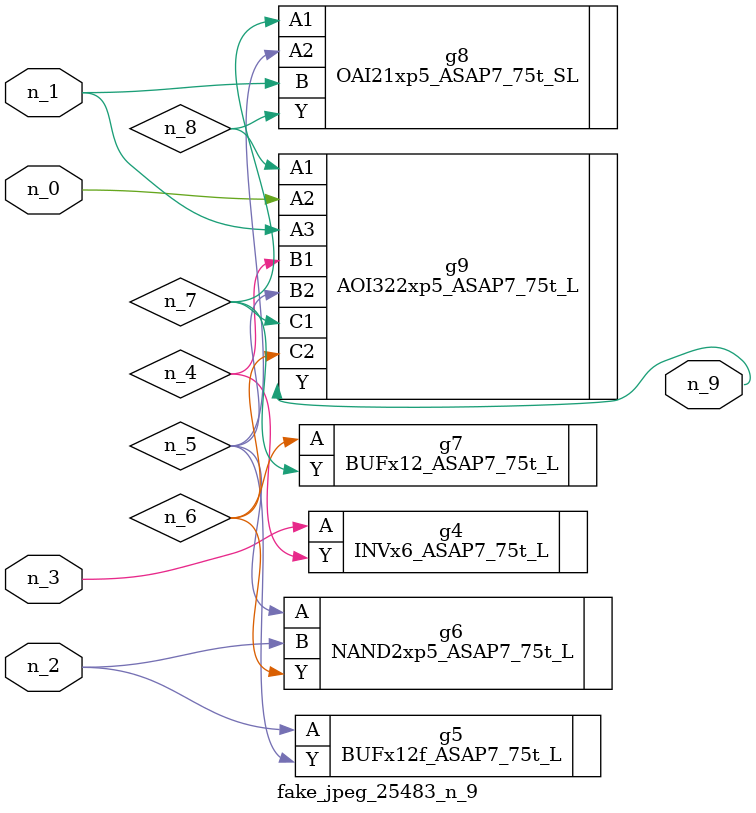
<source format=v>
module fake_jpeg_25483_n_9 (n_0, n_3, n_2, n_1, n_9);

input n_0;
input n_3;
input n_2;
input n_1;

output n_9;

wire n_4;
wire n_8;
wire n_6;
wire n_5;
wire n_7;

INVx6_ASAP7_75t_L g4 ( 
.A(n_3),
.Y(n_4)
);

BUFx12f_ASAP7_75t_L g5 ( 
.A(n_2),
.Y(n_5)
);

NAND2xp5_ASAP7_75t_L g6 ( 
.A(n_5),
.B(n_2),
.Y(n_6)
);

BUFx12_ASAP7_75t_L g7 ( 
.A(n_6),
.Y(n_7)
);

OAI21xp5_ASAP7_75t_SL g8 ( 
.A1(n_7),
.A2(n_5),
.B(n_1),
.Y(n_8)
);

AOI322xp5_ASAP7_75t_L g9 ( 
.A1(n_8),
.A2(n_0),
.A3(n_1),
.B1(n_4),
.B2(n_5),
.C1(n_7),
.C2(n_6),
.Y(n_9)
);


endmodule
</source>
